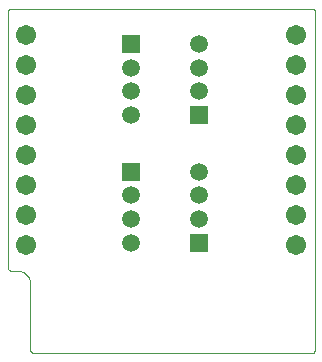
<source format=gbs>
G04 EAGLE Gerber RS-274X export*
G75*
%MOMM*%
%FSLAX34Y34*%
%LPD*%
%INSolder Mask bottom*%
%IPPOS*%
%AMOC8*
5,1,8,0,0,1.08239X$1,22.5*%
G01*
%ADD10C,0.000000*%
%ADD11R,1.511200X1.511200*%
%ADD12C,1.511200*%
%ADD13C,1.711200*%


D10*
X0Y298450D02*
X0Y82550D01*
X2Y82439D01*
X8Y82329D01*
X17Y82218D01*
X31Y82108D01*
X48Y81999D01*
X69Y81890D01*
X94Y81782D01*
X123Y81675D01*
X155Y81569D01*
X191Y81464D01*
X231Y81361D01*
X274Y81259D01*
X321Y81158D01*
X372Y81059D01*
X425Y80963D01*
X482Y80868D01*
X543Y80775D01*
X606Y80684D01*
X673Y80595D01*
X743Y80509D01*
X816Y80426D01*
X891Y80344D01*
X969Y80266D01*
X1051Y80191D01*
X1134Y80118D01*
X1220Y80048D01*
X1309Y79981D01*
X1400Y79918D01*
X1493Y79857D01*
X1587Y79800D01*
X1684Y79747D01*
X1783Y79696D01*
X1884Y79649D01*
X1986Y79606D01*
X2089Y79566D01*
X2194Y79530D01*
X2300Y79498D01*
X2407Y79469D01*
X2515Y79444D01*
X2624Y79423D01*
X2733Y79406D01*
X2843Y79392D01*
X2954Y79383D01*
X3064Y79377D01*
X3175Y79375D01*
X8210Y79375D01*
X8472Y79372D01*
X8734Y79362D01*
X8995Y79347D01*
X9256Y79324D01*
X9517Y79296D01*
X9776Y79261D01*
X10035Y79220D01*
X10293Y79173D01*
X10549Y79120D01*
X10804Y79060D01*
X11058Y78994D01*
X11310Y78922D01*
X11560Y78844D01*
X11808Y78761D01*
X12054Y78671D01*
X12298Y78575D01*
X12539Y78473D01*
X12778Y78366D01*
X13014Y78252D01*
X13248Y78133D01*
X13478Y78009D01*
X13705Y77879D01*
X13930Y77743D01*
X14150Y77602D01*
X14368Y77456D01*
X14582Y77305D01*
X14792Y77148D01*
X14998Y76987D01*
X15200Y76820D01*
X15398Y76649D01*
X15592Y76473D01*
X15782Y76292D01*
X15967Y76107D01*
X16148Y75917D01*
X16324Y75723D01*
X16495Y75525D01*
X16662Y75323D01*
X16823Y75117D01*
X16980Y74907D01*
X17131Y74693D01*
X17277Y74475D01*
X17418Y74255D01*
X17554Y74030D01*
X17684Y73803D01*
X17808Y73573D01*
X17927Y73339D01*
X18041Y73103D01*
X18148Y72864D01*
X18250Y72623D01*
X18346Y72379D01*
X18436Y72133D01*
X18519Y71885D01*
X18597Y71635D01*
X18669Y71383D01*
X18735Y71129D01*
X18795Y70874D01*
X18848Y70618D01*
X18895Y70360D01*
X18936Y70101D01*
X18971Y69842D01*
X18999Y69581D01*
X19022Y69320D01*
X19037Y69059D01*
X19047Y68797D01*
X19050Y68535D01*
X19050Y12700D01*
X19052Y12589D01*
X19058Y12479D01*
X19067Y12368D01*
X19081Y12258D01*
X19098Y12149D01*
X19119Y12040D01*
X19144Y11932D01*
X19173Y11825D01*
X19205Y11719D01*
X19241Y11614D01*
X19281Y11511D01*
X19324Y11409D01*
X19371Y11308D01*
X19422Y11209D01*
X19475Y11112D01*
X19532Y11018D01*
X19593Y10925D01*
X19656Y10834D01*
X19723Y10745D01*
X19793Y10659D01*
X19866Y10576D01*
X19941Y10494D01*
X20019Y10416D01*
X20101Y10341D01*
X20184Y10268D01*
X20270Y10198D01*
X20359Y10131D01*
X20450Y10068D01*
X20543Y10007D01*
X20637Y9950D01*
X20734Y9897D01*
X20833Y9846D01*
X20934Y9799D01*
X21036Y9756D01*
X21139Y9716D01*
X21244Y9680D01*
X21350Y9648D01*
X21457Y9619D01*
X21565Y9594D01*
X21674Y9573D01*
X21783Y9556D01*
X21893Y9542D01*
X22004Y9533D01*
X22114Y9527D01*
X22225Y9525D01*
X256975Y9525D01*
X257086Y9527D01*
X257196Y9533D01*
X257307Y9542D01*
X257417Y9556D01*
X257526Y9573D01*
X257635Y9594D01*
X257743Y9619D01*
X257850Y9648D01*
X257956Y9680D01*
X258061Y9716D01*
X258164Y9756D01*
X258266Y9799D01*
X258367Y9846D01*
X258466Y9897D01*
X258562Y9950D01*
X258657Y10007D01*
X258750Y10068D01*
X258841Y10131D01*
X258930Y10198D01*
X259016Y10268D01*
X259099Y10341D01*
X259181Y10416D01*
X259259Y10494D01*
X259334Y10576D01*
X259407Y10659D01*
X259477Y10745D01*
X259544Y10834D01*
X259607Y10925D01*
X259668Y11018D01*
X259725Y11112D01*
X259778Y11209D01*
X259829Y11308D01*
X259876Y11409D01*
X259919Y11511D01*
X259959Y11614D01*
X259995Y11719D01*
X260027Y11825D01*
X260056Y11932D01*
X260081Y12040D01*
X260102Y12149D01*
X260119Y12258D01*
X260133Y12368D01*
X260142Y12479D01*
X260148Y12589D01*
X260150Y12700D01*
X260150Y298525D01*
X260148Y298631D01*
X260142Y298737D01*
X260133Y298843D01*
X260120Y298948D01*
X260103Y299053D01*
X260082Y299157D01*
X260058Y299261D01*
X260029Y299363D01*
X259998Y299465D01*
X259962Y299565D01*
X259924Y299663D01*
X259881Y299761D01*
X259835Y299857D01*
X259786Y299951D01*
X259734Y300043D01*
X259678Y300133D01*
X259619Y300222D01*
X259557Y300308D01*
X259491Y300392D01*
X259423Y300473D01*
X259352Y300552D01*
X259279Y300629D01*
X259202Y300702D01*
X259123Y300773D01*
X259042Y300841D01*
X258958Y300907D01*
X258872Y300969D01*
X258783Y301028D01*
X258693Y301084D01*
X258601Y301136D01*
X258507Y301185D01*
X258411Y301231D01*
X258313Y301274D01*
X258215Y301312D01*
X258115Y301348D01*
X258013Y301379D01*
X257911Y301408D01*
X257807Y301432D01*
X257703Y301453D01*
X257598Y301470D01*
X257493Y301483D01*
X257387Y301492D01*
X257281Y301498D01*
X257175Y301500D01*
X3050Y301500D01*
X2941Y301498D01*
X2832Y301492D01*
X2724Y301483D01*
X2616Y301469D01*
X2508Y301452D01*
X2402Y301430D01*
X2296Y301405D01*
X2191Y301376D01*
X2087Y301344D01*
X1984Y301308D01*
X1883Y301268D01*
X1783Y301224D01*
X1685Y301177D01*
X1588Y301127D01*
X1494Y301073D01*
X1401Y301016D01*
X1311Y300955D01*
X1222Y300892D01*
X1136Y300825D01*
X1053Y300755D01*
X972Y300682D01*
X893Y300607D01*
X818Y300528D01*
X745Y300447D01*
X675Y300364D01*
X608Y300278D01*
X545Y300189D01*
X484Y300099D01*
X427Y300006D01*
X373Y299912D01*
X323Y299815D01*
X276Y299717D01*
X232Y299617D01*
X192Y299516D01*
X156Y299413D01*
X124Y299309D01*
X95Y299204D01*
X70Y299098D01*
X48Y298992D01*
X31Y298884D01*
X17Y298776D01*
X8Y298668D01*
X2Y298559D01*
X0Y298450D01*
D11*
X161925Y211300D03*
D12*
X161925Y231300D03*
X161925Y251300D03*
X161925Y271300D03*
D11*
X104775Y271300D03*
D12*
X104775Y251300D03*
X104775Y231300D03*
X104775Y211300D03*
D11*
X161925Y103350D03*
D12*
X161925Y123350D03*
X161925Y143350D03*
X161925Y163350D03*
D11*
X104775Y163350D03*
D12*
X104775Y143350D03*
X104775Y123350D03*
X104775Y103350D03*
D13*
X15875Y127000D03*
X15875Y152400D03*
X15875Y177800D03*
X15875Y203200D03*
X15875Y228600D03*
X15875Y254000D03*
X15875Y279400D03*
X244475Y127000D03*
X244475Y152400D03*
X244475Y177800D03*
X244475Y203200D03*
X244475Y228600D03*
X244475Y254000D03*
X244475Y279400D03*
X15875Y101600D03*
X244475Y101600D03*
M02*

</source>
